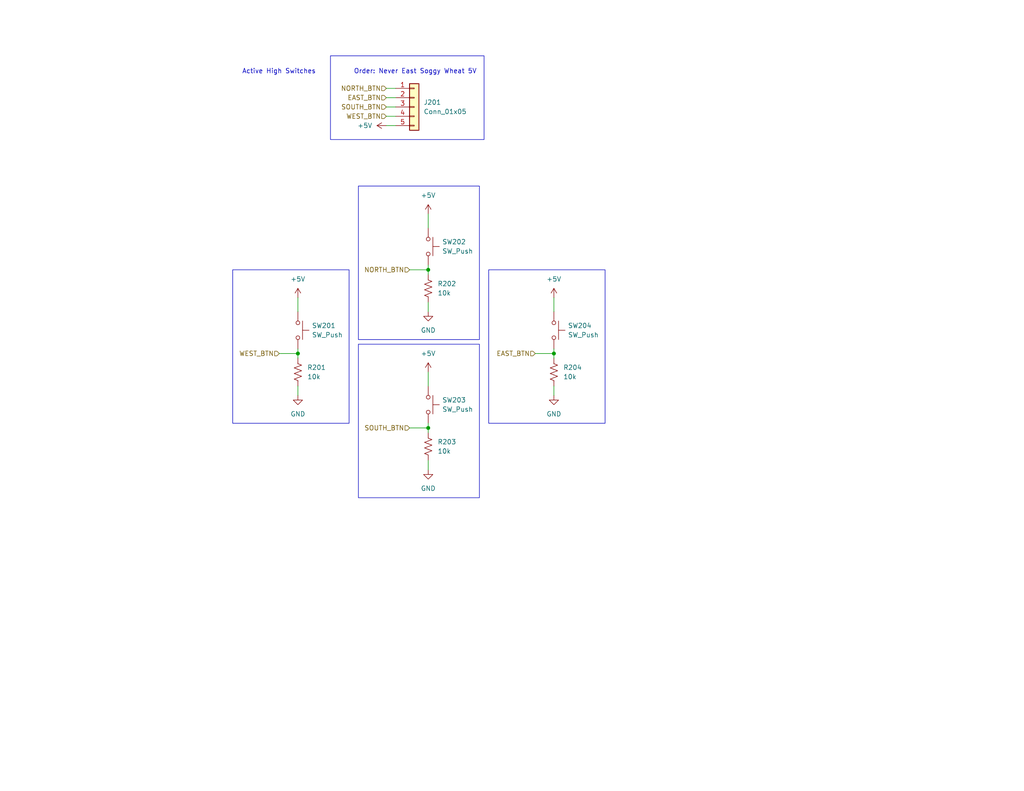
<source format=kicad_sch>
(kicad_sch (version 20230121) (generator eeschema)
  (paper "USLetter")
  (lib_symbols
    (symbol "Connector_Generic:Conn_01x05" (pin_names (offset 1.016) hide)
      (property "Reference" "J" (at 0 7.62 0))
      (property "Value" "Conn_01x05" (at 0 -7.62 0))
      (symbol "Conn_01x05_1_1"
        (rectangle (start -1.27 -4.953) (end 0 -5.207) (stroke (width 0.1524)))
        (rectangle (start -1.27 -2.413) (end 0 -2.667) (stroke (width 0.1524)))
        (rectangle (start -1.27 0.127) (end 0 -0.127) (stroke (width 0.1524)))
        (rectangle (start -1.27 2.667) (end 0 2.413) (stroke (width 0.1524)))
        (rectangle (start -1.27 5.207) (end 0 4.953) (stroke (width 0.1524)))
        (rectangle (start -1.27 6.35) (end 1.27 -6.35) (stroke (width 0.254)) (fill (type background)))
        (pin passive line (at -5.08 5.08 0) (length 3.81) (name "Pin_1") (number "1"))
        (pin passive line (at -5.08 2.54 0) (length 3.81) (name "Pin_2") (number "2"))
        (pin passive line (at -5.08 0 0) (length 3.81) (name "Pin_3") (number "3"))
        (pin passive line (at -5.08 -2.54 0) (length 3.81) (name "Pin_4") (number "4"))
        (pin passive line (at -5.08 -5.08 0) (length 3.81) (name "Pin_5") (number "5"))
      )
    )
    (symbol "Device:R_US" (pin_numbers hide) (pin_names (offset 0))
      (property "Reference" "R" (at 2.54 0 90))
      (property "Value" "R_US" (at -2.54 0 90))
      (symbol "R_US_0_1"
        (polyline (pts (xy 0 -2.286) (xy 0 -2.54)))
        (polyline (pts (xy 0 2.286) (xy 0 2.54)))
        (polyline (pts (xy 0 -0.762) (xy 1.016 -1.143) (xy 0 -1.524) (xy -1.016 -1.905) (xy 0 -2.286)))
        (polyline (pts (xy 0 0.762) (xy 1.016 0.381) (xy 0 0) (xy -1.016 -0.381) (xy 0 -0.762)))
        (polyline (pts (xy 0 2.286) (xy 1.016 1.905) (xy 0 1.524) (xy -1.016 1.143) (xy 0 0.762)))
      )
      (symbol "R_US_1_1"
        (pin passive line (at 0 3.81 270) (length 1.27) (name "~") (number "1"))
        (pin passive line (at 0 -3.81 90) (length 1.27) (name "~") (number "2"))
      )
    )
    (symbol "Switch:SW_Push" (pin_numbers hide) (pin_names (offset 1.016) hide)
      (property "Reference" "SW" (at 1.27 2.54 0))
      (property "Value" "SW_Push" (at 0 -1.524 0))
      (symbol "SW_Push_0_1"
        (circle (center -2.032 0) (radius 0.508))
        (polyline (pts (xy 0 1.27) (xy 0 3.048)))
        (polyline (pts (xy 2.54 1.27) (xy -2.54 1.27)))
        (circle (center 2.032 0) (radius 0.508))
        (pin passive line (at -5.08 0 0) (length 2.54) (name "1") (number "1"))
        (pin passive line (at 5.08 0 180) (length 2.54) (name "2") (number "2"))
      )
    )
    (symbol "power:+5V" (power) (pin_names (offset 0))
      (property "Value" "+5V" (at 0 3.556 0))
      (symbol "+5V_0_1"
        (polyline (pts (xy -0.762 1.27) (xy 0 2.54)))
        (polyline (pts (xy 0 0) (xy 0 2.54)))
        (polyline (pts (xy 0 2.54) (xy 0.762 1.27)))
      )
      (symbol "+5V_1_1"
        (pin power_in line (at 0 0 90) (length 0) hide (name "+5V") (number "1"))
      )
    )
    (symbol "power:GND" (power) (pin_names (offset 0))
      (property "Value" "GND" (at 0 -3.81 0))
      (symbol "GND_0_1"
        (polyline (pts (xy 0 0) (xy 0 -1.27) (xy 1.27 -1.27) (xy 0 -2.54) (xy -1.27 -1.27) (xy 0 -1.27)))
      )
      (symbol "GND_1_1"
        (pin power_in line (at 0 0 270) (length 0) hide (name "GND") (number "1"))
      )
    )
  )
  (junction (at 116.84 116.84))
  (junction (at 81.28 96.52))
  (junction (at 116.84 73.66))
  (junction (at 151.13 96.52))
  (wire (pts (xy 116.84 125.73) (xy 116.84 128.27)))
  (wire (pts (xy 146.05 96.52) (xy 151.13 96.52)))
  (wire (pts (xy 116.84 58.42) (xy 116.84 62.23)))
  (wire (pts (xy 151.13 96.52) (xy 151.13 97.79)))
  (wire (pts (xy 116.84 115.57) (xy 116.84 116.84)))
  (wire (pts (xy 116.84 82.55) (xy 116.84 85.09)))
  (wire (pts (xy 81.28 105.41) (xy 81.28 107.95)))
  (wire (pts (xy 105.41 31.75) (xy 107.95 31.75)))
  (wire (pts (xy 76.2 96.52) (xy 81.28 96.52)))
  (wire (pts (xy 151.13 81.28) (xy 151.13 85.09)))
  (wire (pts (xy 111.76 73.66) (xy 116.84 73.66)))
  (wire (pts (xy 105.41 29.21) (xy 107.95 29.21)))
  (wire (pts (xy 81.28 95.25) (xy 81.28 96.52)))
  (wire (pts (xy 81.28 81.28) (xy 81.28 85.09)))
  (wire (pts (xy 81.28 96.52) (xy 81.28 97.79)))
  (wire (pts (xy 116.84 101.6) (xy 116.84 105.41)))
  (wire (pts (xy 116.84 72.39) (xy 116.84 73.66)))
  (wire (pts (xy 105.41 26.67) (xy 107.95 26.67)))
  (wire (pts (xy 116.84 73.66) (xy 116.84 74.93)))
  (wire (pts (xy 151.13 105.41) (xy 151.13 107.95)))
  (wire (pts (xy 105.41 24.13) (xy 107.95 24.13)))
  (wire (pts (xy 151.13 95.25) (xy 151.13 96.52)))
  (wire (pts (xy 105.41 34.29) (xy 107.95 34.29)))
  (wire (pts (xy 116.84 116.84) (xy 116.84 118.11)))
  (wire (pts (xy 111.76 116.84) (xy 116.84 116.84)))
  (rectangle (start 90.17 15.24) (end 132.08 38.1))
  (rectangle (start 97.79 93.98) (end 130.81 135.89))
  (rectangle (start 97.79 50.8) (end 130.81 92.71))
  (rectangle (start 63.5 73.66) (end 95.25 115.57))
  (rectangle (start 133.35 73.66) (end 165.1 115.57))
  (text "Active High Switches" (at 66.04 20.32 0) (effects (font (size 1.27 1.27)) (justify left bottom)))
  (text "Order: Never East Soggy Wheat 5V" (at 96.52 20.32 0) (effects (font (size 1.27 1.27)) (justify left bottom)))
  (hierarchical_label "NORTH_BTN" (shape input) (at 111.76 73.66 180))
  (hierarchical_label "SOUTH_BTN" (shape input) (at 111.76 116.84 180))
  (hierarchical_label "EAST_BTN" (shape input) (at 146.05 96.52 180))
  (hierarchical_label "SOUTH_BTN" (shape input) (at 105.41 29.21 180))
  (hierarchical_label "NORTH_BTN" (shape input) (at 105.41 24.13 180))
  (hierarchical_label "WEST_BTN" (shape input) (at 76.2 96.52 180))
  (hierarchical_label "WEST_BTN" (shape input) (at 105.41 31.75 180))
  (hierarchical_label "EAST_BTN" (shape input) (at 105.41 26.67 180))
  (symbol (lib_id "Switch:SW_Push") (at 116.84 110.49 270) (unit 1)
    (property "Reference" "SW203" (at 120.65 109.22 90) (effects (justify left)))
    (property "Value" "SW_Push" (at 120.65 111.76 90) (effects (justify left)))
    (property "Footprint" "Button_Switch_THT:SW_PUSH_6mm" (effects hide))
    (instances (project "claw_machine" (path "" (reference "SW203") (unit 1))) (project "ClawMachine" (path "" (reference "SW25") (unit 1)) (path "" (reference "SW30") (unit 1)) (path "" (reference "SW31") (unit 1)) (path "" (reference "SW29") (unit 1)) (path "" (reference "SW28") (unit 1)) (path "" (reference "SW32") (unit 1))))
  )
  (symbol (lib_id "power:+5V") (at 105.41 34.29 90) (unit 1)
    (property "Reference" "#PWR0203" (effects hide))
    (property "Value" "+5V" (at 101.6 34.29 90) (effects (justify left)))
    (instances (project "claw_machine" (path "" (reference "#PWR0203") (unit 1))) (project "ClawMachine" (path "" (reference "#PWR017") (unit 1)) (path "" (reference "#PWR013") (unit 1)) (path "" (reference "#PWR015") (unit 1)) (path "" (reference "#PWR011") (unit 1)) (path "" (reference "#PWR09") (unit 1))))
  )
  (symbol (lib_id "power:GND") (at 81.28 107.95 0) (unit 1)
    (property "Reference" "#PWR0202" (effects hide))
    (property "Value" "GND" (at 81.28 113.03 0))
    (instances (project "claw_machine" (path "" (reference "#PWR0202") (unit 1))) (project "ClawMachine" (path "" (reference "#PWR018") (unit 1)) (path "" (reference "#PWR014") (unit 1)) (path "" (reference "#PWR016") (unit 1)) (path "" (reference "#PWR012") (unit 1)) (path "" (reference "#PWR010") (unit 1))))
  )
  (symbol (lib_id "power:GND") (at 116.84 85.09 0) (unit 1)
    (property "Reference" "#PWR0205" (effects hide))
    (property "Value" "GND" (at 116.84 90.17 0))
    (instances (project "claw_machine" (path "" (reference "#PWR0205") (unit 1))) (project "ClawMachine" (path "" (reference "#PWR018") (unit 1)) (path "" (reference "#PWR014") (unit 1)) (path "" (reference "#PWR016") (unit 1)) (path "" (reference "#PWR012") (unit 1)) (path "" (reference "#PWR010") (unit 1))))
  )
  (symbol (lib_id "Device:R_US") (at 151.13 101.6 180) (unit 1)
    (property "Reference" "R204" (at 153.67 100.33 0) (effects (justify right)))
    (property "Value" "10k" (at 153.67 102.87 0) (effects (justify right)))
    (property "Footprint" "Resistor_SMD:R_0805_2012Metric_Pad1.20x1.40mm_HandSolder" (effects hide))
    (instances (project "claw_machine" (path "" (reference "R204") (unit 1))) (project "ClawMachine" (path "" (reference "R19") (unit 1)) (path "" (reference "R23") (unit 1)) (path "" (reference "R24") (unit 1)) (path "" (reference "R22") (unit 1)) (path "" (reference "R21") (unit 1)) (path "" (reference "R25") (unit 1))))
  )
  (symbol (lib_id "power:GND") (at 116.84 128.27 0) (unit 1)
    (property "Reference" "#PWR0207" (effects hide))
    (property "Value" "GND" (at 116.84 133.35 0))
    (instances (project "claw_machine" (path "" (reference "#PWR0207") (unit 1))) (project "ClawMachine" (path "" (reference "#PWR018") (unit 1)) (path "" (reference "#PWR014") (unit 1)) (path "" (reference "#PWR016") (unit 1)) (path "" (reference "#PWR012") (unit 1)) (path "" (reference "#PWR010") (unit 1))))
  )
  (symbol (lib_id "power:GND") (at 151.13 107.95 0) (unit 1)
    (property "Reference" "#PWR0209" (effects hide))
    (property "Value" "GND" (at 151.13 113.03 0))
    (instances (project "claw_machine" (path "" (reference "#PWR0209") (unit 1))) (project "ClawMachine" (path "" (reference "#PWR018") (unit 1)) (path "" (reference "#PWR014") (unit 1)) (path "" (reference "#PWR016") (unit 1)) (path "" (reference "#PWR012") (unit 1)) (path "" (reference "#PWR010") (unit 1))))
  )
  (symbol (lib_id "power:+5V") (at 116.84 58.42 0) (unit 1)
    (property "Reference" "#PWR0204" (effects hide))
    (property "Value" "+5V" (at 116.84 53.34 0))
    (instances (project "claw_machine" (path "" (reference "#PWR0204") (unit 1))) (project "ClawMachine" (path "" (reference "#PWR017") (unit 1)) (path "" (reference "#PWR013") (unit 1)) (path "" (reference "#PWR015") (unit 1)) (path "" (reference "#PWR011") (unit 1)) (path "" (reference "#PWR09") (unit 1))))
  )
  (symbol (lib_id "Switch:SW_Push") (at 151.13 90.17 270) (unit 1)
    (property "Reference" "SW204" (at 154.94 88.9 90) (effects (justify left)))
    (property "Value" "SW_Push" (at 154.94 91.44 90) (effects (justify left)))
    (property "Footprint" "Button_Switch_THT:SW_PUSH_6mm" (effects hide))
    (instances (project "claw_machine" (path "" (reference "SW204") (unit 1))) (project "ClawMachine" (path "" (reference "SW25") (unit 1)) (path "" (reference "SW30") (unit 1)) (path "" (reference "SW31") (unit 1)) (path "" (reference "SW29") (unit 1)) (path "" (reference "SW28") (unit 1)) (path "" (reference "SW32") (unit 1))))
  )
  (symbol (lib_id "Device:R_US") (at 116.84 121.92 180) (unit 1)
    (property "Reference" "R203" (at 119.38 120.65 0) (effects (justify right)))
    (property "Value" "10k" (at 119.38 123.19 0) (effects (justify right)))
    (property "Footprint" "Resistor_SMD:R_0805_2012Metric_Pad1.20x1.40mm_HandSolder" (effects hide))
    (instances (project "claw_machine" (path "" (reference "R203") (unit 1))) (project "ClawMachine" (path "" (reference "R19") (unit 1)) (path "" (reference "R23") (unit 1)) (path "" (reference "R24") (unit 1)) (path "" (reference "R22") (unit 1)) (path "" (reference "R21") (unit 1)) (path "" (reference "R25") (unit 1))))
  )
  (symbol (lib_id "Connector_Generic:Conn_01x05") (at 113.03 29.21 0) (unit 1)
    (property "Reference" "J201" (at 115.57 27.94 0) (effects (justify left)))
    (property "Value" "Conn_01x05" (at 115.57 30.48 0) (effects (justify left)))
  )
  (symbol (lib_id "Switch:SW_Push") (at 116.84 67.31 270) (unit 1)
    (property "Reference" "SW202" (at 120.65 66.04 90) (effects (justify left)))
    (property "Value" "SW_Push" (at 120.65 68.58 90) (effects (justify left)))
    (property "Footprint" "Button_Switch_THT:SW_PUSH_6mm" (effects hide))
    (instances (project "claw_machine" (path "" (reference "SW202") (unit 1))) (project "ClawMachine" (path "" (reference "SW25") (unit 1)) (path "" (reference "SW30") (unit 1)) (path "" (reference "SW31") (unit 1)) (path "" (reference "SW29") (unit 1)) (path "" (reference "SW28") (unit 1)) (path "" (reference "SW32") (unit 1))))
  )
  (symbol (lib_id "Switch:SW_Push") (at 81.28 90.17 270) (unit 1)
    (property "Reference" "SW201" (at 85.09 88.9 90) (effects (justify left)))
    (property "Value" "SW_Push" (at 85.09 91.44 90) (effects (justify left)))
    (property "Footprint" "Button_Switch_THT:SW_PUSH_6mm" (effects hide))
    (instances (project "claw_machine" (path "" (reference "SW201") (unit 1))) (project "ClawMachine" (path "" (reference "SW25") (unit 1)) (path "" (reference "SW30") (unit 1)) (path "" (reference "SW31") (unit 1)) (path "" (reference "SW29") (unit 1)) (path "" (reference "SW28") (unit 1)) (path "" (reference "SW32") (unit 1))))
  )
  (symbol (lib_id "Device:R_US") (at 116.84 78.74 180) (unit 1)
    (property "Reference" "R202" (at 119.38 77.47 0) (effects (justify right)))
    (property "Value" "10k" (at 119.38 80.01 0) (effects (justify right)))
    (property "Footprint" "Resistor_SMD:R_0805_2012Metric_Pad1.20x1.40mm_HandSolder" (effects hide))
    (instances (project "claw_machine" (path "" (reference "R202") (unit 1))) (project "ClawMachine" (path "" (reference "R19") (unit 1)) (path "" (reference "R23") (unit 1)) (path "" (reference "R24") (unit 1)) (path "" (reference "R22") (unit 1)) (path "" (reference "R21") (unit 1)) (path "" (reference "R25") (unit 1))))
  )
  (symbol (lib_id "Device:R_US") (at 81.28 101.6 180) (unit 1)
    (property "Reference" "R201" (at 83.82 100.33 0) (effects (justify right)))
    (property "Value" "10k" (at 83.82 102.87 0) (effects (justify right)))
    (property "Footprint" "Resistor_SMD:R_0805_2012Metric_Pad1.20x1.40mm_HandSolder" (effects hide))
    (instances (project "claw_machine" (path "" (reference "R201") (unit 1))) (project "ClawMachine" (path "" (reference "R19") (unit 1)) (path "" (reference "R23") (unit 1)) (path "" (reference "R24") (unit 1)) (path "" (reference "R22") (unit 1)) (path "" (reference "R21") (unit 1)) (path "" (reference "R25") (unit 1))))
  )
  (symbol (lib_id "power:+5V") (at 81.28 81.28 0) (unit 1)
    (property "Reference" "#PWR0201" (effects hide))
    (property "Value" "+5V" (at 81.28 76.2 0))
    (instances (project "claw_machine" (path "" (reference "#PWR0201") (unit 1))) (project "ClawMachine" (path "" (reference "#PWR017") (unit 1)) (path "" (reference "#PWR013") (unit 1)) (path "" (reference "#PWR015") (unit 1)) (path "" (reference "#PWR011") (unit 1)) (path "" (reference "#PWR09") (unit 1))))
  )
  (symbol (lib_id "power:+5V") (at 116.84 101.6 0) (unit 1)
    (property "Reference" "#PWR0206" (effects hide))
    (property "Value" "+5V" (at 116.84 96.52 0))
    (instances (project "claw_machine" (path "" (reference "#PWR0206") (unit 1))) (project "ClawMachine" (path "" (reference "#PWR017") (unit 1)) (path "" (reference "#PWR013") (unit 1)) (path "" (reference "#PWR015") (unit 1)) (path "" (reference "#PWR011") (unit 1)) (path "" (reference "#PWR09") (unit 1))))
  )
  (symbol (lib_id "power:+5V") (at 151.13 81.28 0) (unit 1)
    (property "Reference" "#PWR0208" (effects hide))
    (property "Value" "+5V" (at 151.13 76.2 0))
    (instances (project "claw_machine" (path "" (reference "#PWR0208") (unit 1))) (project "ClawMachine" (path "" (reference "#PWR017") (unit 1)) (path "" (reference "#PWR013") (unit 1)) (path "" (reference "#PWR015") (unit 1)) (path "" (reference "#PWR011") (unit 1)) (path "" (reference "#PWR09") (unit 1))))
  )
)
</source>
